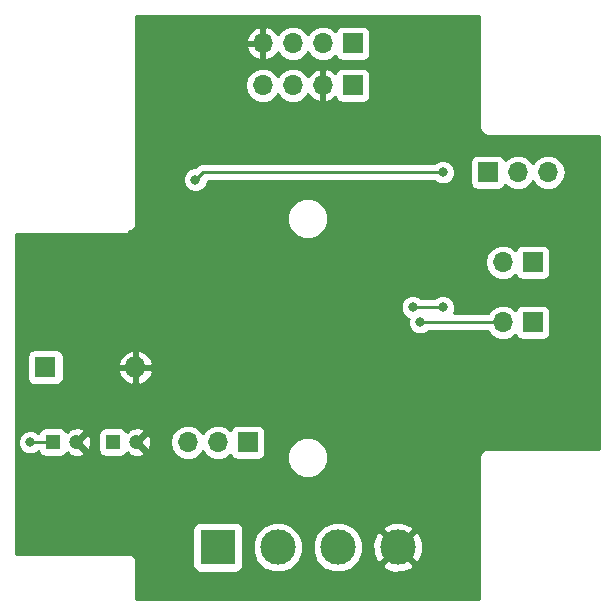
<source format=gbr>
G04 #@! TF.GenerationSoftware,KiCad,Pcbnew,(5.0.2)-1*
G04 #@! TF.CreationDate,2019-02-05T11:41:40+01:00*
G04 #@! TF.ProjectId,SensorPCB_V1.2,53656e73-6f72-4504-9342-5f56312e322e,rev?*
G04 #@! TF.SameCoordinates,Original*
G04 #@! TF.FileFunction,Copper,L2,Bot*
G04 #@! TF.FilePolarity,Positive*
%FSLAX46Y46*%
G04 Gerber Fmt 4.6, Leading zero omitted, Abs format (unit mm)*
G04 Created by KiCad (PCBNEW (5.0.2)-1) date 05/02/2019 11:41:40*
%MOMM*%
%LPD*%
G01*
G04 APERTURE LIST*
G04 #@! TA.AperFunction,ComponentPad*
%ADD10C,3.000000*%
G04 #@! TD*
G04 #@! TA.AperFunction,ComponentPad*
%ADD11R,3.000000X3.000000*%
G04 #@! TD*
G04 #@! TA.AperFunction,ComponentPad*
%ADD12R,1.200000X1.200000*%
G04 #@! TD*
G04 #@! TA.AperFunction,ComponentPad*
%ADD13C,1.200000*%
G04 #@! TD*
G04 #@! TA.AperFunction,ComponentPad*
%ADD14R,1.700000X1.700000*%
G04 #@! TD*
G04 #@! TA.AperFunction,ComponentPad*
%ADD15O,1.700000X1.700000*%
G04 #@! TD*
G04 #@! TA.AperFunction,ComponentPad*
%ADD16R,1.800000X1.800000*%
G04 #@! TD*
G04 #@! TA.AperFunction,ComponentPad*
%ADD17O,1.800000X1.800000*%
G04 #@! TD*
G04 #@! TA.AperFunction,ViaPad*
%ADD18C,0.800000*%
G04 #@! TD*
G04 #@! TA.AperFunction,Conductor*
%ADD19C,0.250000*%
G04 #@! TD*
G04 #@! TA.AperFunction,Conductor*
%ADD20C,0.254000*%
G04 #@! TD*
G04 APERTURE END LIST*
D10*
G04 #@! TO.P,J2,2*
G04 #@! TO.N,Net-(J2-Pad2)*
X35560000Y-58420000D03*
G04 #@! TO.P,J2,3*
G04 #@! TO.N,VCC*
X40640000Y-58420000D03*
D11*
G04 #@! TO.P,J2,1*
G04 #@! TO.N,Net-(J1-Pad2)*
X30480000Y-58420000D03*
D10*
G04 #@! TO.P,J2,4*
G04 #@! TO.N,GND*
X45720000Y-58420000D03*
G04 #@! TD*
D12*
G04 #@! TO.P,C3,1*
G04 #@! TO.N,VCC*
X21590000Y-49530000D03*
D13*
G04 #@! TO.P,C3,2*
G04 #@! TO.N,GND*
X23590000Y-49530000D03*
G04 #@! TD*
D14*
G04 #@! TO.P,J1,1*
G04 #@! TO.N,Net-(J1-Pad1)*
X33020000Y-49530000D03*
D15*
G04 #@! TO.P,J1,2*
G04 #@! TO.N,Net-(J1-Pad2)*
X30480000Y-49530000D03*
G04 #@! TO.P,J1,3*
G04 #@! TO.N,/DHT*
X27940000Y-49530000D03*
G04 #@! TD*
D14*
G04 #@! TO.P,U2,1*
G04 #@! TO.N,Net-(J3-Pad2)*
X41910000Y-15748000D03*
D15*
G04 #@! TO.P,U2,2*
G04 #@! TO.N,/DHT*
X39370000Y-15748000D03*
G04 #@! TO.P,U2,3*
G04 #@! TO.N,N/C*
X36830000Y-15748000D03*
G04 #@! TO.P,U2,4*
G04 #@! TO.N,GND*
X34290000Y-15748000D03*
G04 #@! TD*
D14*
G04 #@! TO.P,J6,1*
G04 #@! TO.N,VCC*
X57150000Y-39370000D03*
D15*
G04 #@! TO.P,J6,2*
G04 #@! TO.N,Net-(J6-Pad2)*
X54610000Y-39370000D03*
G04 #@! TD*
D14*
G04 #@! TO.P,U1,1*
G04 #@! TO.N,Net-(J3-Pad2)*
X41910000Y-19304000D03*
D15*
G04 #@! TO.P,U1,2*
G04 #@! TO.N,GND*
X39370000Y-19304000D03*
G04 #@! TO.P,U1,3*
G04 #@! TO.N,Net-(R3-Pad2)*
X36830000Y-19304000D03*
G04 #@! TO.P,U1,4*
G04 #@! TO.N,Net-(R2-Pad2)*
X34290000Y-19304000D03*
G04 #@! TD*
D12*
G04 #@! TO.P,C1,1*
G04 #@! TO.N,Net-(C1-Pad1)*
X16510000Y-49530000D03*
D13*
G04 #@! TO.P,C1,2*
G04 #@! TO.N,GND*
X18510000Y-49530000D03*
G04 #@! TD*
D14*
G04 #@! TO.P,J5,1*
G04 #@! TO.N,Net-(J3-Pad2)*
X57150000Y-34290000D03*
D15*
G04 #@! TO.P,J5,2*
G04 #@! TO.N,Net-(J5-Pad2)*
X54610000Y-34290000D03*
G04 #@! TD*
D16*
G04 #@! TO.P,D1,1*
G04 #@! TO.N,VCC*
X15875000Y-43180000D03*
D17*
G04 #@! TO.P,D1,2*
G04 #@! TO.N,GND*
X23495000Y-43180000D03*
G04 #@! TD*
D14*
G04 #@! TO.P,J3,1*
G04 #@! TO.N,Net-(C1-Pad1)*
X53340000Y-26670000D03*
D15*
G04 #@! TO.P,J3,2*
G04 #@! TO.N,Net-(J3-Pad2)*
X55880000Y-26670000D03*
G04 #@! TO.P,J3,3*
G04 #@! TO.N,VCC*
X58420000Y-26670000D03*
G04 #@! TD*
D18*
G04 #@! TO.N,Net-(C1-Pad1)*
X28575000Y-27305000D03*
X49530000Y-26670000D03*
X14605000Y-49530000D03*
G04 #@! TO.N,Net-(R2-Pad2)*
X49530000Y-38100000D03*
X46990000Y-38100000D03*
G04 #@! TO.N,Net-(J6-Pad2)*
X47625000Y-39370000D03*
G04 #@! TD*
D19*
G04 #@! TO.N,Net-(C1-Pad1)*
X28575000Y-27305000D02*
X29210000Y-26670000D01*
X29210000Y-26670000D02*
X49530000Y-26670000D01*
X14605000Y-49530000D02*
X16510000Y-49530000D01*
G04 #@! TO.N,Net-(R2-Pad2)*
X49530000Y-38100000D02*
X46990000Y-38100000D01*
G04 #@! TO.N,Net-(J6-Pad2)*
X47625000Y-39370000D02*
X54610000Y-39370000D01*
G04 #@! TD*
D20*
G04 #@! TO.N,GND*
G36*
X52630000Y-22790074D02*
X52616091Y-22860000D01*
X52671195Y-23137028D01*
X52828119Y-23371881D01*
X53062972Y-23528805D01*
X53340000Y-23583909D01*
X53409925Y-23570000D01*
X62790000Y-23570000D01*
X62790001Y-50090000D01*
X53409925Y-50090000D01*
X53340000Y-50076091D01*
X53270074Y-50090000D01*
X53062972Y-50131195D01*
X52828119Y-50288119D01*
X52671195Y-50522972D01*
X52616091Y-50800000D01*
X52630000Y-50869926D01*
X52630001Y-62790000D01*
X23570000Y-62790000D01*
X23570000Y-59759925D01*
X23583909Y-59690000D01*
X23528805Y-59412972D01*
X23371881Y-59178119D01*
X23137028Y-59021195D01*
X22929926Y-58980000D01*
X22860000Y-58966091D01*
X22790075Y-58980000D01*
X13410000Y-58980000D01*
X13410000Y-56920000D01*
X28332560Y-56920000D01*
X28332560Y-59920000D01*
X28381843Y-60167765D01*
X28522191Y-60377809D01*
X28732235Y-60518157D01*
X28980000Y-60567440D01*
X31980000Y-60567440D01*
X32227765Y-60518157D01*
X32437809Y-60377809D01*
X32578157Y-60167765D01*
X32627440Y-59920000D01*
X32627440Y-57995322D01*
X33425000Y-57995322D01*
X33425000Y-58844678D01*
X33750034Y-59629380D01*
X34350620Y-60229966D01*
X35135322Y-60555000D01*
X35984678Y-60555000D01*
X36769380Y-60229966D01*
X37369966Y-59629380D01*
X37695000Y-58844678D01*
X37695000Y-57995322D01*
X38505000Y-57995322D01*
X38505000Y-58844678D01*
X38830034Y-59629380D01*
X39430620Y-60229966D01*
X40215322Y-60555000D01*
X41064678Y-60555000D01*
X41849380Y-60229966D01*
X42145376Y-59933970D01*
X44385635Y-59933970D01*
X44545418Y-60252739D01*
X45336187Y-60562723D01*
X46185387Y-60546497D01*
X46894582Y-60252739D01*
X47054365Y-59933970D01*
X45720000Y-58599605D01*
X44385635Y-59933970D01*
X42145376Y-59933970D01*
X42449966Y-59629380D01*
X42775000Y-58844678D01*
X42775000Y-58036187D01*
X43577277Y-58036187D01*
X43593503Y-58885387D01*
X43887261Y-59594582D01*
X44206030Y-59754365D01*
X45540395Y-58420000D01*
X45899605Y-58420000D01*
X47233970Y-59754365D01*
X47552739Y-59594582D01*
X47862723Y-58803813D01*
X47846497Y-57954613D01*
X47552739Y-57245418D01*
X47233970Y-57085635D01*
X45899605Y-58420000D01*
X45540395Y-58420000D01*
X44206030Y-57085635D01*
X43887261Y-57245418D01*
X43577277Y-58036187D01*
X42775000Y-58036187D01*
X42775000Y-57995322D01*
X42449966Y-57210620D01*
X42145376Y-56906030D01*
X44385635Y-56906030D01*
X45720000Y-58240395D01*
X47054365Y-56906030D01*
X46894582Y-56587261D01*
X46103813Y-56277277D01*
X45254613Y-56293503D01*
X44545418Y-56587261D01*
X44385635Y-56906030D01*
X42145376Y-56906030D01*
X41849380Y-56610034D01*
X41064678Y-56285000D01*
X40215322Y-56285000D01*
X39430620Y-56610034D01*
X38830034Y-57210620D01*
X38505000Y-57995322D01*
X37695000Y-57995322D01*
X37369966Y-57210620D01*
X36769380Y-56610034D01*
X35984678Y-56285000D01*
X35135322Y-56285000D01*
X34350620Y-56610034D01*
X33750034Y-57210620D01*
X33425000Y-57995322D01*
X32627440Y-57995322D01*
X32627440Y-56920000D01*
X32578157Y-56672235D01*
X32437809Y-56462191D01*
X32227765Y-56321843D01*
X31980000Y-56272560D01*
X28980000Y-56272560D01*
X28732235Y-56321843D01*
X28522191Y-56462191D01*
X28381843Y-56672235D01*
X28332560Y-56920000D01*
X13410000Y-56920000D01*
X13410000Y-49324126D01*
X13570000Y-49324126D01*
X13570000Y-49735874D01*
X13727569Y-50116280D01*
X14018720Y-50407431D01*
X14399126Y-50565000D01*
X14810874Y-50565000D01*
X15191280Y-50407431D01*
X15296762Y-50301949D01*
X15311843Y-50377765D01*
X15452191Y-50587809D01*
X15662235Y-50728157D01*
X15910000Y-50777440D01*
X17110000Y-50777440D01*
X17357765Y-50728157D01*
X17567809Y-50587809D01*
X17657030Y-50454282D01*
X17711178Y-50508430D01*
X17826871Y-50392737D01*
X17876383Y-50618164D01*
X18341036Y-50777807D01*
X18831413Y-50747482D01*
X19143617Y-50618164D01*
X19193130Y-50392735D01*
X18510000Y-49709605D01*
X18495858Y-49723748D01*
X18316253Y-49544143D01*
X18330395Y-49530000D01*
X18689605Y-49530000D01*
X19372735Y-50213130D01*
X19598164Y-50163617D01*
X19757807Y-49698964D01*
X19727482Y-49208587D01*
X19612089Y-48930000D01*
X20342560Y-48930000D01*
X20342560Y-50130000D01*
X20391843Y-50377765D01*
X20532191Y-50587809D01*
X20742235Y-50728157D01*
X20990000Y-50777440D01*
X22190000Y-50777440D01*
X22437765Y-50728157D01*
X22647809Y-50587809D01*
X22737030Y-50454282D01*
X22791178Y-50508430D01*
X22906871Y-50392737D01*
X22956383Y-50618164D01*
X23421036Y-50777807D01*
X23911413Y-50747482D01*
X24223617Y-50618164D01*
X24273130Y-50392735D01*
X23590000Y-49709605D01*
X23575858Y-49723748D01*
X23396253Y-49544143D01*
X23410395Y-49530000D01*
X23769605Y-49530000D01*
X24452735Y-50213130D01*
X24678164Y-50163617D01*
X24837807Y-49698964D01*
X24827359Y-49530000D01*
X26425908Y-49530000D01*
X26541161Y-50109418D01*
X26869375Y-50600625D01*
X27360582Y-50928839D01*
X27793744Y-51015000D01*
X28086256Y-51015000D01*
X28519418Y-50928839D01*
X29010625Y-50600625D01*
X29210000Y-50302239D01*
X29409375Y-50600625D01*
X29900582Y-50928839D01*
X30333744Y-51015000D01*
X30626256Y-51015000D01*
X31059418Y-50928839D01*
X31550625Y-50600625D01*
X31562816Y-50582381D01*
X31571843Y-50627765D01*
X31712191Y-50837809D01*
X31922235Y-50978157D01*
X32170000Y-51027440D01*
X33870000Y-51027440D01*
X34117765Y-50978157D01*
X34327809Y-50837809D01*
X34468157Y-50627765D01*
X34502544Y-50454887D01*
X36365000Y-50454887D01*
X36365000Y-51145113D01*
X36629138Y-51782799D01*
X37117201Y-52270862D01*
X37754887Y-52535000D01*
X38445113Y-52535000D01*
X39082799Y-52270862D01*
X39570862Y-51782799D01*
X39835000Y-51145113D01*
X39835000Y-50454887D01*
X39570862Y-49817201D01*
X39082799Y-49329138D01*
X38445113Y-49065000D01*
X37754887Y-49065000D01*
X37117201Y-49329138D01*
X36629138Y-49817201D01*
X36365000Y-50454887D01*
X34502544Y-50454887D01*
X34517440Y-50380000D01*
X34517440Y-48680000D01*
X34468157Y-48432235D01*
X34327809Y-48222191D01*
X34117765Y-48081843D01*
X33870000Y-48032560D01*
X32170000Y-48032560D01*
X31922235Y-48081843D01*
X31712191Y-48222191D01*
X31571843Y-48432235D01*
X31562816Y-48477619D01*
X31550625Y-48459375D01*
X31059418Y-48131161D01*
X30626256Y-48045000D01*
X30333744Y-48045000D01*
X29900582Y-48131161D01*
X29409375Y-48459375D01*
X29210000Y-48757761D01*
X29010625Y-48459375D01*
X28519418Y-48131161D01*
X28086256Y-48045000D01*
X27793744Y-48045000D01*
X27360582Y-48131161D01*
X26869375Y-48459375D01*
X26541161Y-48950582D01*
X26425908Y-49530000D01*
X24827359Y-49530000D01*
X24807482Y-49208587D01*
X24678164Y-48896383D01*
X24452735Y-48846870D01*
X23769605Y-49530000D01*
X23410395Y-49530000D01*
X23396253Y-49515858D01*
X23575858Y-49336253D01*
X23590000Y-49350395D01*
X24273130Y-48667265D01*
X24223617Y-48441836D01*
X23758964Y-48282193D01*
X23268587Y-48312518D01*
X22956383Y-48441836D01*
X22906871Y-48667263D01*
X22791178Y-48551570D01*
X22737030Y-48605718D01*
X22647809Y-48472191D01*
X22437765Y-48331843D01*
X22190000Y-48282560D01*
X20990000Y-48282560D01*
X20742235Y-48331843D01*
X20532191Y-48472191D01*
X20391843Y-48682235D01*
X20342560Y-48930000D01*
X19612089Y-48930000D01*
X19598164Y-48896383D01*
X19372735Y-48846870D01*
X18689605Y-49530000D01*
X18330395Y-49530000D01*
X18316253Y-49515858D01*
X18495858Y-49336253D01*
X18510000Y-49350395D01*
X19193130Y-48667265D01*
X19143617Y-48441836D01*
X18678964Y-48282193D01*
X18188587Y-48312518D01*
X17876383Y-48441836D01*
X17826871Y-48667263D01*
X17711178Y-48551570D01*
X17657030Y-48605718D01*
X17567809Y-48472191D01*
X17357765Y-48331843D01*
X17110000Y-48282560D01*
X15910000Y-48282560D01*
X15662235Y-48331843D01*
X15452191Y-48472191D01*
X15311843Y-48682235D01*
X15296762Y-48758051D01*
X15191280Y-48652569D01*
X14810874Y-48495000D01*
X14399126Y-48495000D01*
X14018720Y-48652569D01*
X13727569Y-48943720D01*
X13570000Y-49324126D01*
X13410000Y-49324126D01*
X13410000Y-42280000D01*
X14327560Y-42280000D01*
X14327560Y-44080000D01*
X14376843Y-44327765D01*
X14517191Y-44537809D01*
X14727235Y-44678157D01*
X14975000Y-44727440D01*
X16775000Y-44727440D01*
X17022765Y-44678157D01*
X17232809Y-44537809D01*
X17373157Y-44327765D01*
X17422440Y-44080000D01*
X17422440Y-43544740D01*
X22003964Y-43544740D01*
X22182760Y-43976417D01*
X22587424Y-44417966D01*
X23130258Y-44671046D01*
X23368000Y-44550997D01*
X23368000Y-43307000D01*
X23622000Y-43307000D01*
X23622000Y-44550997D01*
X23859742Y-44671046D01*
X24402576Y-44417966D01*
X24807240Y-43976417D01*
X24986036Y-43544740D01*
X24865378Y-43307000D01*
X23622000Y-43307000D01*
X23368000Y-43307000D01*
X22124622Y-43307000D01*
X22003964Y-43544740D01*
X17422440Y-43544740D01*
X17422440Y-42815260D01*
X22003964Y-42815260D01*
X22124622Y-43053000D01*
X23368000Y-43053000D01*
X23368000Y-41809003D01*
X23622000Y-41809003D01*
X23622000Y-43053000D01*
X24865378Y-43053000D01*
X24986036Y-42815260D01*
X24807240Y-42383583D01*
X24402576Y-41942034D01*
X23859742Y-41688954D01*
X23622000Y-41809003D01*
X23368000Y-41809003D01*
X23130258Y-41688954D01*
X22587424Y-41942034D01*
X22182760Y-42383583D01*
X22003964Y-42815260D01*
X17422440Y-42815260D01*
X17422440Y-42280000D01*
X17373157Y-42032235D01*
X17232809Y-41822191D01*
X17022765Y-41681843D01*
X16775000Y-41632560D01*
X14975000Y-41632560D01*
X14727235Y-41681843D01*
X14517191Y-41822191D01*
X14376843Y-42032235D01*
X14327560Y-42280000D01*
X13410000Y-42280000D01*
X13410000Y-37894126D01*
X45955000Y-37894126D01*
X45955000Y-38305874D01*
X46112569Y-38686280D01*
X46403720Y-38977431D01*
X46628727Y-39070632D01*
X46590000Y-39164126D01*
X46590000Y-39575874D01*
X46747569Y-39956280D01*
X47038720Y-40247431D01*
X47419126Y-40405000D01*
X47830874Y-40405000D01*
X48211280Y-40247431D01*
X48328711Y-40130000D01*
X53331822Y-40130000D01*
X53539375Y-40440625D01*
X54030582Y-40768839D01*
X54463744Y-40855000D01*
X54756256Y-40855000D01*
X55189418Y-40768839D01*
X55680625Y-40440625D01*
X55692816Y-40422381D01*
X55701843Y-40467765D01*
X55842191Y-40677809D01*
X56052235Y-40818157D01*
X56300000Y-40867440D01*
X58000000Y-40867440D01*
X58247765Y-40818157D01*
X58457809Y-40677809D01*
X58598157Y-40467765D01*
X58647440Y-40220000D01*
X58647440Y-38520000D01*
X58598157Y-38272235D01*
X58457809Y-38062191D01*
X58247765Y-37921843D01*
X58000000Y-37872560D01*
X56300000Y-37872560D01*
X56052235Y-37921843D01*
X55842191Y-38062191D01*
X55701843Y-38272235D01*
X55692816Y-38317619D01*
X55680625Y-38299375D01*
X55189418Y-37971161D01*
X54756256Y-37885000D01*
X54463744Y-37885000D01*
X54030582Y-37971161D01*
X53539375Y-38299375D01*
X53331822Y-38610000D01*
X50439027Y-38610000D01*
X50565000Y-38305874D01*
X50565000Y-37894126D01*
X50407431Y-37513720D01*
X50116280Y-37222569D01*
X49735874Y-37065000D01*
X49324126Y-37065000D01*
X48943720Y-37222569D01*
X48826289Y-37340000D01*
X47693711Y-37340000D01*
X47576280Y-37222569D01*
X47195874Y-37065000D01*
X46784126Y-37065000D01*
X46403720Y-37222569D01*
X46112569Y-37513720D01*
X45955000Y-37894126D01*
X13410000Y-37894126D01*
X13410000Y-34290000D01*
X53095908Y-34290000D01*
X53211161Y-34869418D01*
X53539375Y-35360625D01*
X54030582Y-35688839D01*
X54463744Y-35775000D01*
X54756256Y-35775000D01*
X55189418Y-35688839D01*
X55680625Y-35360625D01*
X55692816Y-35342381D01*
X55701843Y-35387765D01*
X55842191Y-35597809D01*
X56052235Y-35738157D01*
X56300000Y-35787440D01*
X58000000Y-35787440D01*
X58247765Y-35738157D01*
X58457809Y-35597809D01*
X58598157Y-35387765D01*
X58647440Y-35140000D01*
X58647440Y-33440000D01*
X58598157Y-33192235D01*
X58457809Y-32982191D01*
X58247765Y-32841843D01*
X58000000Y-32792560D01*
X56300000Y-32792560D01*
X56052235Y-32841843D01*
X55842191Y-32982191D01*
X55701843Y-33192235D01*
X55692816Y-33237619D01*
X55680625Y-33219375D01*
X55189418Y-32891161D01*
X54756256Y-32805000D01*
X54463744Y-32805000D01*
X54030582Y-32891161D01*
X53539375Y-33219375D01*
X53211161Y-33710582D01*
X53095908Y-34290000D01*
X13410000Y-34290000D01*
X13410000Y-31877000D01*
X22860000Y-31877000D01*
X22908601Y-31867333D01*
X22949803Y-31839803D01*
X22977333Y-31798601D01*
X22987000Y-31750000D01*
X22987000Y-31686647D01*
X23137028Y-31656805D01*
X23371881Y-31499881D01*
X23528805Y-31265028D01*
X23583909Y-30988000D01*
X23570000Y-30918074D01*
X23570000Y-30242887D01*
X36365000Y-30242887D01*
X36365000Y-30933113D01*
X36629138Y-31570799D01*
X37117201Y-32058862D01*
X37754887Y-32323000D01*
X38445113Y-32323000D01*
X39082799Y-32058862D01*
X39570862Y-31570799D01*
X39835000Y-30933113D01*
X39835000Y-30242887D01*
X39570862Y-29605201D01*
X39082799Y-29117138D01*
X38445113Y-28853000D01*
X37754887Y-28853000D01*
X37117201Y-29117138D01*
X36629138Y-29605201D01*
X36365000Y-30242887D01*
X23570000Y-30242887D01*
X23570000Y-27099126D01*
X27540000Y-27099126D01*
X27540000Y-27510874D01*
X27697569Y-27891280D01*
X27988720Y-28182431D01*
X28369126Y-28340000D01*
X28780874Y-28340000D01*
X29161280Y-28182431D01*
X29452431Y-27891280D01*
X29610000Y-27510874D01*
X29610000Y-27430000D01*
X48826289Y-27430000D01*
X48943720Y-27547431D01*
X49324126Y-27705000D01*
X49735874Y-27705000D01*
X50116280Y-27547431D01*
X50407431Y-27256280D01*
X50565000Y-26875874D01*
X50565000Y-26464126D01*
X50407431Y-26083720D01*
X50143711Y-25820000D01*
X51842560Y-25820000D01*
X51842560Y-27520000D01*
X51891843Y-27767765D01*
X52032191Y-27977809D01*
X52242235Y-28118157D01*
X52490000Y-28167440D01*
X54190000Y-28167440D01*
X54437765Y-28118157D01*
X54647809Y-27977809D01*
X54788157Y-27767765D01*
X54797184Y-27722381D01*
X54809375Y-27740625D01*
X55300582Y-28068839D01*
X55733744Y-28155000D01*
X56026256Y-28155000D01*
X56459418Y-28068839D01*
X56950625Y-27740625D01*
X57150000Y-27442239D01*
X57349375Y-27740625D01*
X57840582Y-28068839D01*
X58273744Y-28155000D01*
X58566256Y-28155000D01*
X58999418Y-28068839D01*
X59490625Y-27740625D01*
X59818839Y-27249418D01*
X59934092Y-26670000D01*
X59818839Y-26090582D01*
X59490625Y-25599375D01*
X58999418Y-25271161D01*
X58566256Y-25185000D01*
X58273744Y-25185000D01*
X57840582Y-25271161D01*
X57349375Y-25599375D01*
X57150000Y-25897761D01*
X56950625Y-25599375D01*
X56459418Y-25271161D01*
X56026256Y-25185000D01*
X55733744Y-25185000D01*
X55300582Y-25271161D01*
X54809375Y-25599375D01*
X54797184Y-25617619D01*
X54788157Y-25572235D01*
X54647809Y-25362191D01*
X54437765Y-25221843D01*
X54190000Y-25172560D01*
X52490000Y-25172560D01*
X52242235Y-25221843D01*
X52032191Y-25362191D01*
X51891843Y-25572235D01*
X51842560Y-25820000D01*
X50143711Y-25820000D01*
X50116280Y-25792569D01*
X49735874Y-25635000D01*
X49324126Y-25635000D01*
X48943720Y-25792569D01*
X48826289Y-25910000D01*
X29284848Y-25910000D01*
X29210000Y-25895112D01*
X29135152Y-25910000D01*
X29135148Y-25910000D01*
X28913463Y-25954096D01*
X28662071Y-26122071D01*
X28619671Y-26185527D01*
X28535198Y-26270000D01*
X28369126Y-26270000D01*
X27988720Y-26427569D01*
X27697569Y-26718720D01*
X27540000Y-27099126D01*
X23570000Y-27099126D01*
X23570000Y-19304000D01*
X32775908Y-19304000D01*
X32891161Y-19883418D01*
X33219375Y-20374625D01*
X33710582Y-20702839D01*
X34143744Y-20789000D01*
X34436256Y-20789000D01*
X34869418Y-20702839D01*
X35360625Y-20374625D01*
X35560000Y-20076239D01*
X35759375Y-20374625D01*
X36250582Y-20702839D01*
X36683744Y-20789000D01*
X36976256Y-20789000D01*
X37409418Y-20702839D01*
X37900625Y-20374625D01*
X38113843Y-20055522D01*
X38174817Y-20185358D01*
X38603076Y-20575645D01*
X39013110Y-20745476D01*
X39243000Y-20624155D01*
X39243000Y-19431000D01*
X39223000Y-19431000D01*
X39223000Y-19177000D01*
X39243000Y-19177000D01*
X39243000Y-17983845D01*
X39497000Y-17983845D01*
X39497000Y-19177000D01*
X39517000Y-19177000D01*
X39517000Y-19431000D01*
X39497000Y-19431000D01*
X39497000Y-20624155D01*
X39726890Y-20745476D01*
X40136924Y-20575645D01*
X40441261Y-20298292D01*
X40461843Y-20401765D01*
X40602191Y-20611809D01*
X40812235Y-20752157D01*
X41060000Y-20801440D01*
X42760000Y-20801440D01*
X43007765Y-20752157D01*
X43217809Y-20611809D01*
X43358157Y-20401765D01*
X43407440Y-20154000D01*
X43407440Y-18454000D01*
X43358157Y-18206235D01*
X43217809Y-17996191D01*
X43007765Y-17855843D01*
X42760000Y-17806560D01*
X41060000Y-17806560D01*
X40812235Y-17855843D01*
X40602191Y-17996191D01*
X40461843Y-18206235D01*
X40441261Y-18309708D01*
X40136924Y-18032355D01*
X39726890Y-17862524D01*
X39497000Y-17983845D01*
X39243000Y-17983845D01*
X39013110Y-17862524D01*
X38603076Y-18032355D01*
X38174817Y-18422642D01*
X38113843Y-18552478D01*
X37900625Y-18233375D01*
X37409418Y-17905161D01*
X36976256Y-17819000D01*
X36683744Y-17819000D01*
X36250582Y-17905161D01*
X35759375Y-18233375D01*
X35560000Y-18531761D01*
X35360625Y-18233375D01*
X34869418Y-17905161D01*
X34436256Y-17819000D01*
X34143744Y-17819000D01*
X33710582Y-17905161D01*
X33219375Y-18233375D01*
X32891161Y-18724582D01*
X32775908Y-19304000D01*
X23570000Y-19304000D01*
X23570000Y-16104892D01*
X32848514Y-16104892D01*
X33094817Y-16629358D01*
X33523076Y-17019645D01*
X33933110Y-17189476D01*
X34163000Y-17068155D01*
X34163000Y-15875000D01*
X32969181Y-15875000D01*
X32848514Y-16104892D01*
X23570000Y-16104892D01*
X23570000Y-15391108D01*
X32848514Y-15391108D01*
X32969181Y-15621000D01*
X34163000Y-15621000D01*
X34163000Y-14427845D01*
X34417000Y-14427845D01*
X34417000Y-15621000D01*
X34437000Y-15621000D01*
X34437000Y-15875000D01*
X34417000Y-15875000D01*
X34417000Y-17068155D01*
X34646890Y-17189476D01*
X35056924Y-17019645D01*
X35485183Y-16629358D01*
X35546157Y-16499522D01*
X35759375Y-16818625D01*
X36250582Y-17146839D01*
X36683744Y-17233000D01*
X36976256Y-17233000D01*
X37409418Y-17146839D01*
X37900625Y-16818625D01*
X38100000Y-16520239D01*
X38299375Y-16818625D01*
X38790582Y-17146839D01*
X39223744Y-17233000D01*
X39516256Y-17233000D01*
X39949418Y-17146839D01*
X40440625Y-16818625D01*
X40452816Y-16800381D01*
X40461843Y-16845765D01*
X40602191Y-17055809D01*
X40812235Y-17196157D01*
X41060000Y-17245440D01*
X42760000Y-17245440D01*
X43007765Y-17196157D01*
X43217809Y-17055809D01*
X43358157Y-16845765D01*
X43407440Y-16598000D01*
X43407440Y-14898000D01*
X43358157Y-14650235D01*
X43217809Y-14440191D01*
X43007765Y-14299843D01*
X42760000Y-14250560D01*
X41060000Y-14250560D01*
X40812235Y-14299843D01*
X40602191Y-14440191D01*
X40461843Y-14650235D01*
X40452816Y-14695619D01*
X40440625Y-14677375D01*
X39949418Y-14349161D01*
X39516256Y-14263000D01*
X39223744Y-14263000D01*
X38790582Y-14349161D01*
X38299375Y-14677375D01*
X38100000Y-14975761D01*
X37900625Y-14677375D01*
X37409418Y-14349161D01*
X36976256Y-14263000D01*
X36683744Y-14263000D01*
X36250582Y-14349161D01*
X35759375Y-14677375D01*
X35546157Y-14996478D01*
X35485183Y-14866642D01*
X35056924Y-14476355D01*
X34646890Y-14306524D01*
X34417000Y-14427845D01*
X34163000Y-14427845D01*
X33933110Y-14306524D01*
X33523076Y-14476355D01*
X33094817Y-14866642D01*
X32848514Y-15391108D01*
X23570000Y-15391108D01*
X23570000Y-13410000D01*
X52630001Y-13410000D01*
X52630000Y-22790074D01*
X52630000Y-22790074D01*
G37*
X52630000Y-22790074D02*
X52616091Y-22860000D01*
X52671195Y-23137028D01*
X52828119Y-23371881D01*
X53062972Y-23528805D01*
X53340000Y-23583909D01*
X53409925Y-23570000D01*
X62790000Y-23570000D01*
X62790001Y-50090000D01*
X53409925Y-50090000D01*
X53340000Y-50076091D01*
X53270074Y-50090000D01*
X53062972Y-50131195D01*
X52828119Y-50288119D01*
X52671195Y-50522972D01*
X52616091Y-50800000D01*
X52630000Y-50869926D01*
X52630001Y-62790000D01*
X23570000Y-62790000D01*
X23570000Y-59759925D01*
X23583909Y-59690000D01*
X23528805Y-59412972D01*
X23371881Y-59178119D01*
X23137028Y-59021195D01*
X22929926Y-58980000D01*
X22860000Y-58966091D01*
X22790075Y-58980000D01*
X13410000Y-58980000D01*
X13410000Y-56920000D01*
X28332560Y-56920000D01*
X28332560Y-59920000D01*
X28381843Y-60167765D01*
X28522191Y-60377809D01*
X28732235Y-60518157D01*
X28980000Y-60567440D01*
X31980000Y-60567440D01*
X32227765Y-60518157D01*
X32437809Y-60377809D01*
X32578157Y-60167765D01*
X32627440Y-59920000D01*
X32627440Y-57995322D01*
X33425000Y-57995322D01*
X33425000Y-58844678D01*
X33750034Y-59629380D01*
X34350620Y-60229966D01*
X35135322Y-60555000D01*
X35984678Y-60555000D01*
X36769380Y-60229966D01*
X37369966Y-59629380D01*
X37695000Y-58844678D01*
X37695000Y-57995322D01*
X38505000Y-57995322D01*
X38505000Y-58844678D01*
X38830034Y-59629380D01*
X39430620Y-60229966D01*
X40215322Y-60555000D01*
X41064678Y-60555000D01*
X41849380Y-60229966D01*
X42145376Y-59933970D01*
X44385635Y-59933970D01*
X44545418Y-60252739D01*
X45336187Y-60562723D01*
X46185387Y-60546497D01*
X46894582Y-60252739D01*
X47054365Y-59933970D01*
X45720000Y-58599605D01*
X44385635Y-59933970D01*
X42145376Y-59933970D01*
X42449966Y-59629380D01*
X42775000Y-58844678D01*
X42775000Y-58036187D01*
X43577277Y-58036187D01*
X43593503Y-58885387D01*
X43887261Y-59594582D01*
X44206030Y-59754365D01*
X45540395Y-58420000D01*
X45899605Y-58420000D01*
X47233970Y-59754365D01*
X47552739Y-59594582D01*
X47862723Y-58803813D01*
X47846497Y-57954613D01*
X47552739Y-57245418D01*
X47233970Y-57085635D01*
X45899605Y-58420000D01*
X45540395Y-58420000D01*
X44206030Y-57085635D01*
X43887261Y-57245418D01*
X43577277Y-58036187D01*
X42775000Y-58036187D01*
X42775000Y-57995322D01*
X42449966Y-57210620D01*
X42145376Y-56906030D01*
X44385635Y-56906030D01*
X45720000Y-58240395D01*
X47054365Y-56906030D01*
X46894582Y-56587261D01*
X46103813Y-56277277D01*
X45254613Y-56293503D01*
X44545418Y-56587261D01*
X44385635Y-56906030D01*
X42145376Y-56906030D01*
X41849380Y-56610034D01*
X41064678Y-56285000D01*
X40215322Y-56285000D01*
X39430620Y-56610034D01*
X38830034Y-57210620D01*
X38505000Y-57995322D01*
X37695000Y-57995322D01*
X37369966Y-57210620D01*
X36769380Y-56610034D01*
X35984678Y-56285000D01*
X35135322Y-56285000D01*
X34350620Y-56610034D01*
X33750034Y-57210620D01*
X33425000Y-57995322D01*
X32627440Y-57995322D01*
X32627440Y-56920000D01*
X32578157Y-56672235D01*
X32437809Y-56462191D01*
X32227765Y-56321843D01*
X31980000Y-56272560D01*
X28980000Y-56272560D01*
X28732235Y-56321843D01*
X28522191Y-56462191D01*
X28381843Y-56672235D01*
X28332560Y-56920000D01*
X13410000Y-56920000D01*
X13410000Y-49324126D01*
X13570000Y-49324126D01*
X13570000Y-49735874D01*
X13727569Y-50116280D01*
X14018720Y-50407431D01*
X14399126Y-50565000D01*
X14810874Y-50565000D01*
X15191280Y-50407431D01*
X15296762Y-50301949D01*
X15311843Y-50377765D01*
X15452191Y-50587809D01*
X15662235Y-50728157D01*
X15910000Y-50777440D01*
X17110000Y-50777440D01*
X17357765Y-50728157D01*
X17567809Y-50587809D01*
X17657030Y-50454282D01*
X17711178Y-50508430D01*
X17826871Y-50392737D01*
X17876383Y-50618164D01*
X18341036Y-50777807D01*
X18831413Y-50747482D01*
X19143617Y-50618164D01*
X19193130Y-50392735D01*
X18510000Y-49709605D01*
X18495858Y-49723748D01*
X18316253Y-49544143D01*
X18330395Y-49530000D01*
X18689605Y-49530000D01*
X19372735Y-50213130D01*
X19598164Y-50163617D01*
X19757807Y-49698964D01*
X19727482Y-49208587D01*
X19612089Y-48930000D01*
X20342560Y-48930000D01*
X20342560Y-50130000D01*
X20391843Y-50377765D01*
X20532191Y-50587809D01*
X20742235Y-50728157D01*
X20990000Y-50777440D01*
X22190000Y-50777440D01*
X22437765Y-50728157D01*
X22647809Y-50587809D01*
X22737030Y-50454282D01*
X22791178Y-50508430D01*
X22906871Y-50392737D01*
X22956383Y-50618164D01*
X23421036Y-50777807D01*
X23911413Y-50747482D01*
X24223617Y-50618164D01*
X24273130Y-50392735D01*
X23590000Y-49709605D01*
X23575858Y-49723748D01*
X23396253Y-49544143D01*
X23410395Y-49530000D01*
X23769605Y-49530000D01*
X24452735Y-50213130D01*
X24678164Y-50163617D01*
X24837807Y-49698964D01*
X24827359Y-49530000D01*
X26425908Y-49530000D01*
X26541161Y-50109418D01*
X26869375Y-50600625D01*
X27360582Y-50928839D01*
X27793744Y-51015000D01*
X28086256Y-51015000D01*
X28519418Y-50928839D01*
X29010625Y-50600625D01*
X29210000Y-50302239D01*
X29409375Y-50600625D01*
X29900582Y-50928839D01*
X30333744Y-51015000D01*
X30626256Y-51015000D01*
X31059418Y-50928839D01*
X31550625Y-50600625D01*
X31562816Y-50582381D01*
X31571843Y-50627765D01*
X31712191Y-50837809D01*
X31922235Y-50978157D01*
X32170000Y-51027440D01*
X33870000Y-51027440D01*
X34117765Y-50978157D01*
X34327809Y-50837809D01*
X34468157Y-50627765D01*
X34502544Y-50454887D01*
X36365000Y-50454887D01*
X36365000Y-51145113D01*
X36629138Y-51782799D01*
X37117201Y-52270862D01*
X37754887Y-52535000D01*
X38445113Y-52535000D01*
X39082799Y-52270862D01*
X39570862Y-51782799D01*
X39835000Y-51145113D01*
X39835000Y-50454887D01*
X39570862Y-49817201D01*
X39082799Y-49329138D01*
X38445113Y-49065000D01*
X37754887Y-49065000D01*
X37117201Y-49329138D01*
X36629138Y-49817201D01*
X36365000Y-50454887D01*
X34502544Y-50454887D01*
X34517440Y-50380000D01*
X34517440Y-48680000D01*
X34468157Y-48432235D01*
X34327809Y-48222191D01*
X34117765Y-48081843D01*
X33870000Y-48032560D01*
X32170000Y-48032560D01*
X31922235Y-48081843D01*
X31712191Y-48222191D01*
X31571843Y-48432235D01*
X31562816Y-48477619D01*
X31550625Y-48459375D01*
X31059418Y-48131161D01*
X30626256Y-48045000D01*
X30333744Y-48045000D01*
X29900582Y-48131161D01*
X29409375Y-48459375D01*
X29210000Y-48757761D01*
X29010625Y-48459375D01*
X28519418Y-48131161D01*
X28086256Y-48045000D01*
X27793744Y-48045000D01*
X27360582Y-48131161D01*
X26869375Y-48459375D01*
X26541161Y-48950582D01*
X26425908Y-49530000D01*
X24827359Y-49530000D01*
X24807482Y-49208587D01*
X24678164Y-48896383D01*
X24452735Y-48846870D01*
X23769605Y-49530000D01*
X23410395Y-49530000D01*
X23396253Y-49515858D01*
X23575858Y-49336253D01*
X23590000Y-49350395D01*
X24273130Y-48667265D01*
X24223617Y-48441836D01*
X23758964Y-48282193D01*
X23268587Y-48312518D01*
X22956383Y-48441836D01*
X22906871Y-48667263D01*
X22791178Y-48551570D01*
X22737030Y-48605718D01*
X22647809Y-48472191D01*
X22437765Y-48331843D01*
X22190000Y-48282560D01*
X20990000Y-48282560D01*
X20742235Y-48331843D01*
X20532191Y-48472191D01*
X20391843Y-48682235D01*
X20342560Y-48930000D01*
X19612089Y-48930000D01*
X19598164Y-48896383D01*
X19372735Y-48846870D01*
X18689605Y-49530000D01*
X18330395Y-49530000D01*
X18316253Y-49515858D01*
X18495858Y-49336253D01*
X18510000Y-49350395D01*
X19193130Y-48667265D01*
X19143617Y-48441836D01*
X18678964Y-48282193D01*
X18188587Y-48312518D01*
X17876383Y-48441836D01*
X17826871Y-48667263D01*
X17711178Y-48551570D01*
X17657030Y-48605718D01*
X17567809Y-48472191D01*
X17357765Y-48331843D01*
X17110000Y-48282560D01*
X15910000Y-48282560D01*
X15662235Y-48331843D01*
X15452191Y-48472191D01*
X15311843Y-48682235D01*
X15296762Y-48758051D01*
X15191280Y-48652569D01*
X14810874Y-48495000D01*
X14399126Y-48495000D01*
X14018720Y-48652569D01*
X13727569Y-48943720D01*
X13570000Y-49324126D01*
X13410000Y-49324126D01*
X13410000Y-42280000D01*
X14327560Y-42280000D01*
X14327560Y-44080000D01*
X14376843Y-44327765D01*
X14517191Y-44537809D01*
X14727235Y-44678157D01*
X14975000Y-44727440D01*
X16775000Y-44727440D01*
X17022765Y-44678157D01*
X17232809Y-44537809D01*
X17373157Y-44327765D01*
X17422440Y-44080000D01*
X17422440Y-43544740D01*
X22003964Y-43544740D01*
X22182760Y-43976417D01*
X22587424Y-44417966D01*
X23130258Y-44671046D01*
X23368000Y-44550997D01*
X23368000Y-43307000D01*
X23622000Y-43307000D01*
X23622000Y-44550997D01*
X23859742Y-44671046D01*
X24402576Y-44417966D01*
X24807240Y-43976417D01*
X24986036Y-43544740D01*
X24865378Y-43307000D01*
X23622000Y-43307000D01*
X23368000Y-43307000D01*
X22124622Y-43307000D01*
X22003964Y-43544740D01*
X17422440Y-43544740D01*
X17422440Y-42815260D01*
X22003964Y-42815260D01*
X22124622Y-43053000D01*
X23368000Y-43053000D01*
X23368000Y-41809003D01*
X23622000Y-41809003D01*
X23622000Y-43053000D01*
X24865378Y-43053000D01*
X24986036Y-42815260D01*
X24807240Y-42383583D01*
X24402576Y-41942034D01*
X23859742Y-41688954D01*
X23622000Y-41809003D01*
X23368000Y-41809003D01*
X23130258Y-41688954D01*
X22587424Y-41942034D01*
X22182760Y-42383583D01*
X22003964Y-42815260D01*
X17422440Y-42815260D01*
X17422440Y-42280000D01*
X17373157Y-42032235D01*
X17232809Y-41822191D01*
X17022765Y-41681843D01*
X16775000Y-41632560D01*
X14975000Y-41632560D01*
X14727235Y-41681843D01*
X14517191Y-41822191D01*
X14376843Y-42032235D01*
X14327560Y-42280000D01*
X13410000Y-42280000D01*
X13410000Y-37894126D01*
X45955000Y-37894126D01*
X45955000Y-38305874D01*
X46112569Y-38686280D01*
X46403720Y-38977431D01*
X46628727Y-39070632D01*
X46590000Y-39164126D01*
X46590000Y-39575874D01*
X46747569Y-39956280D01*
X47038720Y-40247431D01*
X47419126Y-40405000D01*
X47830874Y-40405000D01*
X48211280Y-40247431D01*
X48328711Y-40130000D01*
X53331822Y-40130000D01*
X53539375Y-40440625D01*
X54030582Y-40768839D01*
X54463744Y-40855000D01*
X54756256Y-40855000D01*
X55189418Y-40768839D01*
X55680625Y-40440625D01*
X55692816Y-40422381D01*
X55701843Y-40467765D01*
X55842191Y-40677809D01*
X56052235Y-40818157D01*
X56300000Y-40867440D01*
X58000000Y-40867440D01*
X58247765Y-40818157D01*
X58457809Y-40677809D01*
X58598157Y-40467765D01*
X58647440Y-40220000D01*
X58647440Y-38520000D01*
X58598157Y-38272235D01*
X58457809Y-38062191D01*
X58247765Y-37921843D01*
X58000000Y-37872560D01*
X56300000Y-37872560D01*
X56052235Y-37921843D01*
X55842191Y-38062191D01*
X55701843Y-38272235D01*
X55692816Y-38317619D01*
X55680625Y-38299375D01*
X55189418Y-37971161D01*
X54756256Y-37885000D01*
X54463744Y-37885000D01*
X54030582Y-37971161D01*
X53539375Y-38299375D01*
X53331822Y-38610000D01*
X50439027Y-38610000D01*
X50565000Y-38305874D01*
X50565000Y-37894126D01*
X50407431Y-37513720D01*
X50116280Y-37222569D01*
X49735874Y-37065000D01*
X49324126Y-37065000D01*
X48943720Y-37222569D01*
X48826289Y-37340000D01*
X47693711Y-37340000D01*
X47576280Y-37222569D01*
X47195874Y-37065000D01*
X46784126Y-37065000D01*
X46403720Y-37222569D01*
X46112569Y-37513720D01*
X45955000Y-37894126D01*
X13410000Y-37894126D01*
X13410000Y-34290000D01*
X53095908Y-34290000D01*
X53211161Y-34869418D01*
X53539375Y-35360625D01*
X54030582Y-35688839D01*
X54463744Y-35775000D01*
X54756256Y-35775000D01*
X55189418Y-35688839D01*
X55680625Y-35360625D01*
X55692816Y-35342381D01*
X55701843Y-35387765D01*
X55842191Y-35597809D01*
X56052235Y-35738157D01*
X56300000Y-35787440D01*
X58000000Y-35787440D01*
X58247765Y-35738157D01*
X58457809Y-35597809D01*
X58598157Y-35387765D01*
X58647440Y-35140000D01*
X58647440Y-33440000D01*
X58598157Y-33192235D01*
X58457809Y-32982191D01*
X58247765Y-32841843D01*
X58000000Y-32792560D01*
X56300000Y-32792560D01*
X56052235Y-32841843D01*
X55842191Y-32982191D01*
X55701843Y-33192235D01*
X55692816Y-33237619D01*
X55680625Y-33219375D01*
X55189418Y-32891161D01*
X54756256Y-32805000D01*
X54463744Y-32805000D01*
X54030582Y-32891161D01*
X53539375Y-33219375D01*
X53211161Y-33710582D01*
X53095908Y-34290000D01*
X13410000Y-34290000D01*
X13410000Y-31877000D01*
X22860000Y-31877000D01*
X22908601Y-31867333D01*
X22949803Y-31839803D01*
X22977333Y-31798601D01*
X22987000Y-31750000D01*
X22987000Y-31686647D01*
X23137028Y-31656805D01*
X23371881Y-31499881D01*
X23528805Y-31265028D01*
X23583909Y-30988000D01*
X23570000Y-30918074D01*
X23570000Y-30242887D01*
X36365000Y-30242887D01*
X36365000Y-30933113D01*
X36629138Y-31570799D01*
X37117201Y-32058862D01*
X37754887Y-32323000D01*
X38445113Y-32323000D01*
X39082799Y-32058862D01*
X39570862Y-31570799D01*
X39835000Y-30933113D01*
X39835000Y-30242887D01*
X39570862Y-29605201D01*
X39082799Y-29117138D01*
X38445113Y-28853000D01*
X37754887Y-28853000D01*
X37117201Y-29117138D01*
X36629138Y-29605201D01*
X36365000Y-30242887D01*
X23570000Y-30242887D01*
X23570000Y-27099126D01*
X27540000Y-27099126D01*
X27540000Y-27510874D01*
X27697569Y-27891280D01*
X27988720Y-28182431D01*
X28369126Y-28340000D01*
X28780874Y-28340000D01*
X29161280Y-28182431D01*
X29452431Y-27891280D01*
X29610000Y-27510874D01*
X29610000Y-27430000D01*
X48826289Y-27430000D01*
X48943720Y-27547431D01*
X49324126Y-27705000D01*
X49735874Y-27705000D01*
X50116280Y-27547431D01*
X50407431Y-27256280D01*
X50565000Y-26875874D01*
X50565000Y-26464126D01*
X50407431Y-26083720D01*
X50143711Y-25820000D01*
X51842560Y-25820000D01*
X51842560Y-27520000D01*
X51891843Y-27767765D01*
X52032191Y-27977809D01*
X52242235Y-28118157D01*
X52490000Y-28167440D01*
X54190000Y-28167440D01*
X54437765Y-28118157D01*
X54647809Y-27977809D01*
X54788157Y-27767765D01*
X54797184Y-27722381D01*
X54809375Y-27740625D01*
X55300582Y-28068839D01*
X55733744Y-28155000D01*
X56026256Y-28155000D01*
X56459418Y-28068839D01*
X56950625Y-27740625D01*
X57150000Y-27442239D01*
X57349375Y-27740625D01*
X57840582Y-28068839D01*
X58273744Y-28155000D01*
X58566256Y-28155000D01*
X58999418Y-28068839D01*
X59490625Y-27740625D01*
X59818839Y-27249418D01*
X59934092Y-26670000D01*
X59818839Y-26090582D01*
X59490625Y-25599375D01*
X58999418Y-25271161D01*
X58566256Y-25185000D01*
X58273744Y-25185000D01*
X57840582Y-25271161D01*
X57349375Y-25599375D01*
X57150000Y-25897761D01*
X56950625Y-25599375D01*
X56459418Y-25271161D01*
X56026256Y-25185000D01*
X55733744Y-25185000D01*
X55300582Y-25271161D01*
X54809375Y-25599375D01*
X54797184Y-25617619D01*
X54788157Y-25572235D01*
X54647809Y-25362191D01*
X54437765Y-25221843D01*
X54190000Y-25172560D01*
X52490000Y-25172560D01*
X52242235Y-25221843D01*
X52032191Y-25362191D01*
X51891843Y-25572235D01*
X51842560Y-25820000D01*
X50143711Y-25820000D01*
X50116280Y-25792569D01*
X49735874Y-25635000D01*
X49324126Y-25635000D01*
X48943720Y-25792569D01*
X48826289Y-25910000D01*
X29284848Y-25910000D01*
X29210000Y-25895112D01*
X29135152Y-25910000D01*
X29135148Y-25910000D01*
X28913463Y-25954096D01*
X28662071Y-26122071D01*
X28619671Y-26185527D01*
X28535198Y-26270000D01*
X28369126Y-26270000D01*
X27988720Y-26427569D01*
X27697569Y-26718720D01*
X27540000Y-27099126D01*
X23570000Y-27099126D01*
X23570000Y-19304000D01*
X32775908Y-19304000D01*
X32891161Y-19883418D01*
X33219375Y-20374625D01*
X33710582Y-20702839D01*
X34143744Y-20789000D01*
X34436256Y-20789000D01*
X34869418Y-20702839D01*
X35360625Y-20374625D01*
X35560000Y-20076239D01*
X35759375Y-20374625D01*
X36250582Y-20702839D01*
X36683744Y-20789000D01*
X36976256Y-20789000D01*
X37409418Y-20702839D01*
X37900625Y-20374625D01*
X38113843Y-20055522D01*
X38174817Y-20185358D01*
X38603076Y-20575645D01*
X39013110Y-20745476D01*
X39243000Y-20624155D01*
X39243000Y-19431000D01*
X39223000Y-19431000D01*
X39223000Y-19177000D01*
X39243000Y-19177000D01*
X39243000Y-17983845D01*
X39497000Y-17983845D01*
X39497000Y-19177000D01*
X39517000Y-19177000D01*
X39517000Y-19431000D01*
X39497000Y-19431000D01*
X39497000Y-20624155D01*
X39726890Y-20745476D01*
X40136924Y-20575645D01*
X40441261Y-20298292D01*
X40461843Y-20401765D01*
X40602191Y-20611809D01*
X40812235Y-20752157D01*
X41060000Y-20801440D01*
X42760000Y-20801440D01*
X43007765Y-20752157D01*
X43217809Y-20611809D01*
X43358157Y-20401765D01*
X43407440Y-20154000D01*
X43407440Y-18454000D01*
X43358157Y-18206235D01*
X43217809Y-17996191D01*
X43007765Y-17855843D01*
X42760000Y-17806560D01*
X41060000Y-17806560D01*
X40812235Y-17855843D01*
X40602191Y-17996191D01*
X40461843Y-18206235D01*
X40441261Y-18309708D01*
X40136924Y-18032355D01*
X39726890Y-17862524D01*
X39497000Y-17983845D01*
X39243000Y-17983845D01*
X39013110Y-17862524D01*
X38603076Y-18032355D01*
X38174817Y-18422642D01*
X38113843Y-18552478D01*
X37900625Y-18233375D01*
X37409418Y-17905161D01*
X36976256Y-17819000D01*
X36683744Y-17819000D01*
X36250582Y-17905161D01*
X35759375Y-18233375D01*
X35560000Y-18531761D01*
X35360625Y-18233375D01*
X34869418Y-17905161D01*
X34436256Y-17819000D01*
X34143744Y-17819000D01*
X33710582Y-17905161D01*
X33219375Y-18233375D01*
X32891161Y-18724582D01*
X32775908Y-19304000D01*
X23570000Y-19304000D01*
X23570000Y-16104892D01*
X32848514Y-16104892D01*
X33094817Y-16629358D01*
X33523076Y-17019645D01*
X33933110Y-17189476D01*
X34163000Y-17068155D01*
X34163000Y-15875000D01*
X32969181Y-15875000D01*
X32848514Y-16104892D01*
X23570000Y-16104892D01*
X23570000Y-15391108D01*
X32848514Y-15391108D01*
X32969181Y-15621000D01*
X34163000Y-15621000D01*
X34163000Y-14427845D01*
X34417000Y-14427845D01*
X34417000Y-15621000D01*
X34437000Y-15621000D01*
X34437000Y-15875000D01*
X34417000Y-15875000D01*
X34417000Y-17068155D01*
X34646890Y-17189476D01*
X35056924Y-17019645D01*
X35485183Y-16629358D01*
X35546157Y-16499522D01*
X35759375Y-16818625D01*
X36250582Y-17146839D01*
X36683744Y-17233000D01*
X36976256Y-17233000D01*
X37409418Y-17146839D01*
X37900625Y-16818625D01*
X38100000Y-16520239D01*
X38299375Y-16818625D01*
X38790582Y-17146839D01*
X39223744Y-17233000D01*
X39516256Y-17233000D01*
X39949418Y-17146839D01*
X40440625Y-16818625D01*
X40452816Y-16800381D01*
X40461843Y-16845765D01*
X40602191Y-17055809D01*
X40812235Y-17196157D01*
X41060000Y-17245440D01*
X42760000Y-17245440D01*
X43007765Y-17196157D01*
X43217809Y-17055809D01*
X43358157Y-16845765D01*
X43407440Y-16598000D01*
X43407440Y-14898000D01*
X43358157Y-14650235D01*
X43217809Y-14440191D01*
X43007765Y-14299843D01*
X42760000Y-14250560D01*
X41060000Y-14250560D01*
X40812235Y-14299843D01*
X40602191Y-14440191D01*
X40461843Y-14650235D01*
X40452816Y-14695619D01*
X40440625Y-14677375D01*
X39949418Y-14349161D01*
X39516256Y-14263000D01*
X39223744Y-14263000D01*
X38790582Y-14349161D01*
X38299375Y-14677375D01*
X38100000Y-14975761D01*
X37900625Y-14677375D01*
X37409418Y-14349161D01*
X36976256Y-14263000D01*
X36683744Y-14263000D01*
X36250582Y-14349161D01*
X35759375Y-14677375D01*
X35546157Y-14996478D01*
X35485183Y-14866642D01*
X35056924Y-14476355D01*
X34646890Y-14306524D01*
X34417000Y-14427845D01*
X34163000Y-14427845D01*
X33933110Y-14306524D01*
X33523076Y-14476355D01*
X33094817Y-14866642D01*
X32848514Y-15391108D01*
X23570000Y-15391108D01*
X23570000Y-13410000D01*
X52630001Y-13410000D01*
X52630000Y-22790074D01*
G04 #@! TD*
M02*

</source>
